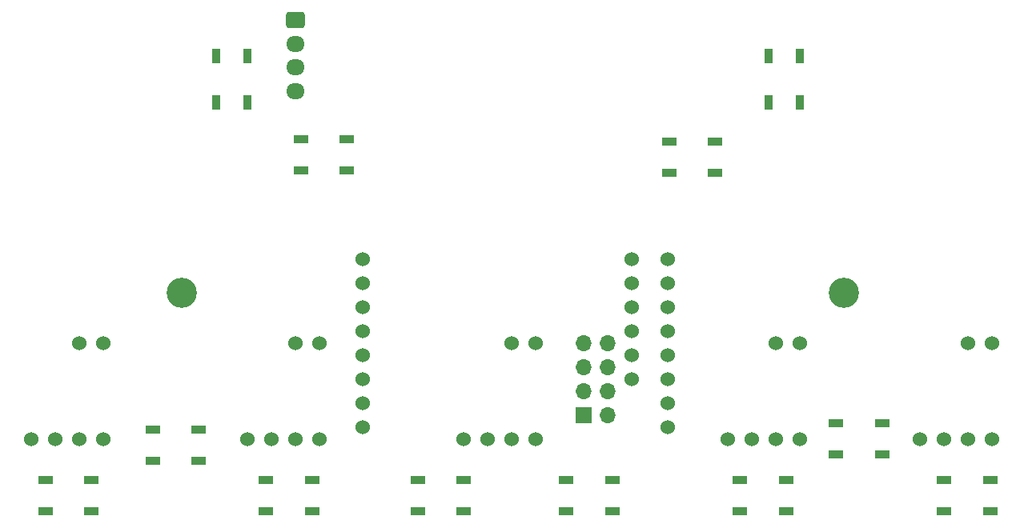
<source format=gbr>
%TF.GenerationSoftware,KiCad,Pcbnew,7.0.9*%
%TF.CreationDate,2024-10-01T14:40:39+09:00*%
%TF.ProjectId,03-front,30332d66-726f-46e7-942e-6b696361645f,rev?*%
%TF.SameCoordinates,Original*%
%TF.FileFunction,Soldermask,Top*%
%TF.FilePolarity,Negative*%
%FSLAX46Y46*%
G04 Gerber Fmt 4.6, Leading zero omitted, Abs format (unit mm)*
G04 Created by KiCad (PCBNEW 7.0.9) date 2024-10-01 14:40:39*
%MOMM*%
%LPD*%
G01*
G04 APERTURE LIST*
G04 Aperture macros list*
%AMRoundRect*
0 Rectangle with rounded corners*
0 $1 Rounding radius*
0 $2 $3 $4 $5 $6 $7 $8 $9 X,Y pos of 4 corners*
0 Add a 4 corners polygon primitive as box body*
4,1,4,$2,$3,$4,$5,$6,$7,$8,$9,$2,$3,0*
0 Add four circle primitives for the rounded corners*
1,1,$1+$1,$2,$3*
1,1,$1+$1,$4,$5*
1,1,$1+$1,$6,$7*
1,1,$1+$1,$8,$9*
0 Add four rect primitives between the rounded corners*
20,1,$1+$1,$2,$3,$4,$5,0*
20,1,$1+$1,$4,$5,$6,$7,0*
20,1,$1+$1,$6,$7,$8,$9,0*
20,1,$1+$1,$8,$9,$2,$3,0*%
G04 Aperture macros list end*
%ADD10C,1.524000*%
%ADD11R,1.500000X0.900000*%
%ADD12C,3.200000*%
%ADD13R,0.900000X1.500000*%
%ADD14R,1.700000X1.700000*%
%ADD15O,1.700000X1.700000*%
%ADD16RoundRect,0.250000X-0.725000X0.600000X-0.725000X-0.600000X0.725000X-0.600000X0.725000X0.600000X0*%
%ADD17O,1.950000X1.700000*%
G04 APERTURE END LIST*
D10*
%TO.C,U6*%
X198120000Y-110490000D03*
X200660000Y-110490000D03*
X203200000Y-110490000D03*
X205740000Y-110490000D03*
X203200000Y-100330000D03*
X205740000Y-100330000D03*
%TD*%
D11*
%TO.C,D1*%
X200660000Y-114810000D03*
X200660000Y-118110000D03*
X205560000Y-118110000D03*
X205560000Y-114810000D03*
%TD*%
%TO.C,D9*%
X132600000Y-78740000D03*
X132600000Y-82040000D03*
X137500000Y-82040000D03*
X137500000Y-78740000D03*
%TD*%
D10*
%TO.C,U4*%
X149860000Y-110490000D03*
X152400000Y-110490000D03*
X154940000Y-110490000D03*
X157480000Y-110490000D03*
X154940000Y-100330000D03*
X157480000Y-100330000D03*
%TD*%
D12*
%TO.C,REF\u002A\u002A*%
X190000000Y-95000000D03*
%TD*%
D10*
%TO.C,U3*%
X134620000Y-100330000D03*
X132080000Y-100330000D03*
X134620000Y-110490000D03*
X132080000Y-110490000D03*
X129540000Y-110490000D03*
X127000000Y-110490000D03*
%TD*%
D11*
%TO.C,D6*%
X128905000Y-114810000D03*
X128905000Y-118110000D03*
X133805000Y-118110000D03*
X133805000Y-114810000D03*
%TD*%
D10*
%TO.C,U7*%
X139192000Y-91440000D03*
X139192000Y-93980000D03*
X139192000Y-96520000D03*
X139192000Y-99060000D03*
X139192000Y-101600000D03*
X139192000Y-104140000D03*
X139192000Y-106680000D03*
X139192000Y-109220000D03*
X171450000Y-91440000D03*
X171450000Y-93980000D03*
X171450000Y-96520000D03*
X171450000Y-99060000D03*
X171450000Y-101600000D03*
X171450000Y-104140000D03*
X171450000Y-106680000D03*
X171450000Y-109220000D03*
X167640000Y-91440000D03*
X167640000Y-93980000D03*
X167640000Y-96520000D03*
X167640000Y-99060000D03*
X167640000Y-101600000D03*
X167640000Y-104140000D03*
%TD*%
D11*
%TO.C,D3*%
X179070000Y-114810000D03*
X179070000Y-118110000D03*
X183970000Y-118110000D03*
X183970000Y-114810000D03*
%TD*%
%TO.C,D12*%
X171540000Y-78995000D03*
X171540000Y-82295000D03*
X176440000Y-82295000D03*
X176440000Y-78995000D03*
%TD*%
%TO.C,D2*%
X189230000Y-108840000D03*
X189230000Y-112140000D03*
X194130000Y-112140000D03*
X194130000Y-108840000D03*
%TD*%
D10*
%TO.C,U5*%
X177800000Y-110490000D03*
X180340000Y-110490000D03*
X182880000Y-110490000D03*
X185420000Y-110490000D03*
X182880000Y-100330000D03*
X185420000Y-100330000D03*
%TD*%
D11*
%TO.C,D8*%
X105590000Y-114810000D03*
X105590000Y-118110000D03*
X110490000Y-118110000D03*
X110490000Y-114810000D03*
%TD*%
%TO.C,D4*%
X160655000Y-114810000D03*
X160655000Y-118110000D03*
X165555000Y-118110000D03*
X165555000Y-114810000D03*
%TD*%
D13*
%TO.C,D10*%
X123700000Y-74840000D03*
X127000000Y-74840000D03*
X127000000Y-69940000D03*
X123700000Y-69940000D03*
%TD*%
D11*
%TO.C,D5*%
X144960000Y-114810000D03*
X144960000Y-118110000D03*
X149860000Y-118110000D03*
X149860000Y-114810000D03*
%TD*%
D14*
%TO.C,J1*%
X162560000Y-107950000D03*
D15*
X165100000Y-107950000D03*
X162560000Y-105410000D03*
X165100000Y-105410000D03*
X162560000Y-102870000D03*
X165100000Y-102870000D03*
X162560000Y-100330000D03*
X165100000Y-100330000D03*
%TD*%
D11*
%TO.C,D7*%
X116930000Y-109475000D03*
X116930000Y-112775000D03*
X121830000Y-112775000D03*
X121830000Y-109475000D03*
%TD*%
D12*
%TO.C,REF\u002A\u002A*%
X120000000Y-95000000D03*
%TD*%
D13*
%TO.C,D11*%
X182120000Y-74840000D03*
X185420000Y-74840000D03*
X185420000Y-69940000D03*
X182120000Y-69940000D03*
%TD*%
D10*
%TO.C,U2*%
X104140000Y-110490000D03*
X106680000Y-110490000D03*
X109220000Y-110490000D03*
X111760000Y-110490000D03*
X109220000Y-100330000D03*
X111760000Y-100330000D03*
%TD*%
D16*
%TO.C,J2*%
X132080000Y-66160000D03*
D17*
X132080000Y-68660000D03*
X132080000Y-71160000D03*
X132080000Y-73660000D03*
%TD*%
M02*

</source>
